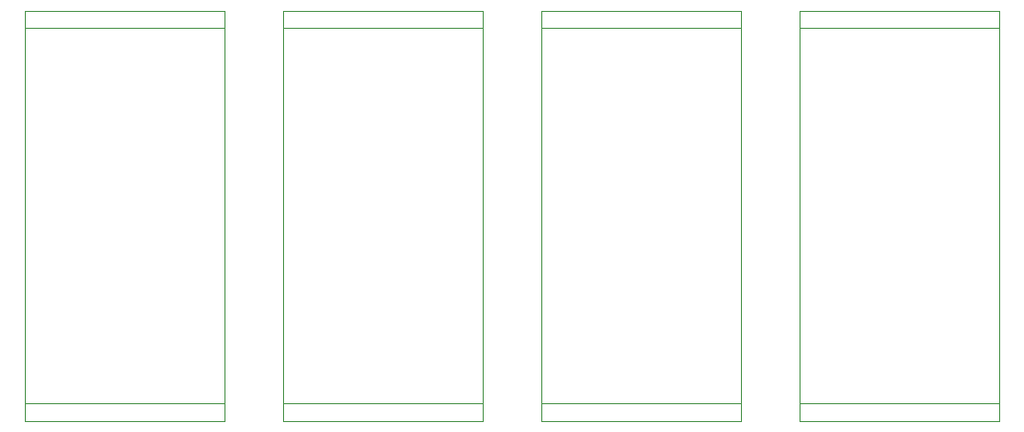
<source format=gbr>
%TF.GenerationSoftware,KiCad,Pcbnew,7.0.7*%
%TF.CreationDate,2024-06-20T17:34:35-04:00*%
%TF.ProjectId,Thruster_Control_Card,54687275-7374-4657-925f-436f6e74726f,rev?*%
%TF.SameCoordinates,Original*%
%TF.FileFunction,Legend,Bot*%
%TF.FilePolarity,Positive*%
%FSLAX46Y46*%
G04 Gerber Fmt 4.6, Leading zero omitted, Abs format (unit mm)*
G04 Created by KiCad (PCBNEW 7.0.7) date 2024-06-20 17:34:35*
%MOMM*%
%LPD*%
G01*
G04 APERTURE LIST*
%ADD10C,0.120000*%
G04 APERTURE END LIST*
D10*
%TO.C,U2*%
X201000000Y-89450000D02*
X184000000Y-89450000D01*
X184000000Y-57450000D02*
X201000000Y-57450000D01*
X201000000Y-55950000D02*
X184000000Y-55950000D01*
X184000000Y-55950000D02*
X184000000Y-90950000D01*
X184000000Y-90950000D02*
X201000000Y-90950000D01*
X201000000Y-90950000D02*
X201000000Y-55950000D01*
%TO.C,U1*%
X179000000Y-89450000D02*
X162000000Y-89450000D01*
X162000000Y-57450000D02*
X179000000Y-57450000D01*
X179000000Y-55950000D02*
X162000000Y-55950000D01*
X162000000Y-55950000D02*
X162000000Y-90950000D01*
X162000000Y-90950000D02*
X179000000Y-90950000D01*
X179000000Y-90950000D02*
X179000000Y-55950000D01*
%TO.C,U4*%
X245000000Y-89450000D02*
X228000000Y-89450000D01*
X228000000Y-57450000D02*
X245000000Y-57450000D01*
X245000000Y-55950000D02*
X228000000Y-55950000D01*
X228000000Y-55950000D02*
X228000000Y-90950000D01*
X228000000Y-90950000D02*
X245000000Y-90950000D01*
X245000000Y-90950000D02*
X245000000Y-55950000D01*
%TO.C,U3*%
X223000000Y-89450000D02*
X206000000Y-89450000D01*
X206000000Y-57450000D02*
X223000000Y-57450000D01*
X223000000Y-55950000D02*
X206000000Y-55950000D01*
X206000000Y-55950000D02*
X206000000Y-90950000D01*
X206000000Y-90950000D02*
X223000000Y-90950000D01*
X223000000Y-90950000D02*
X223000000Y-55950000D01*
%TD*%
M02*

</source>
